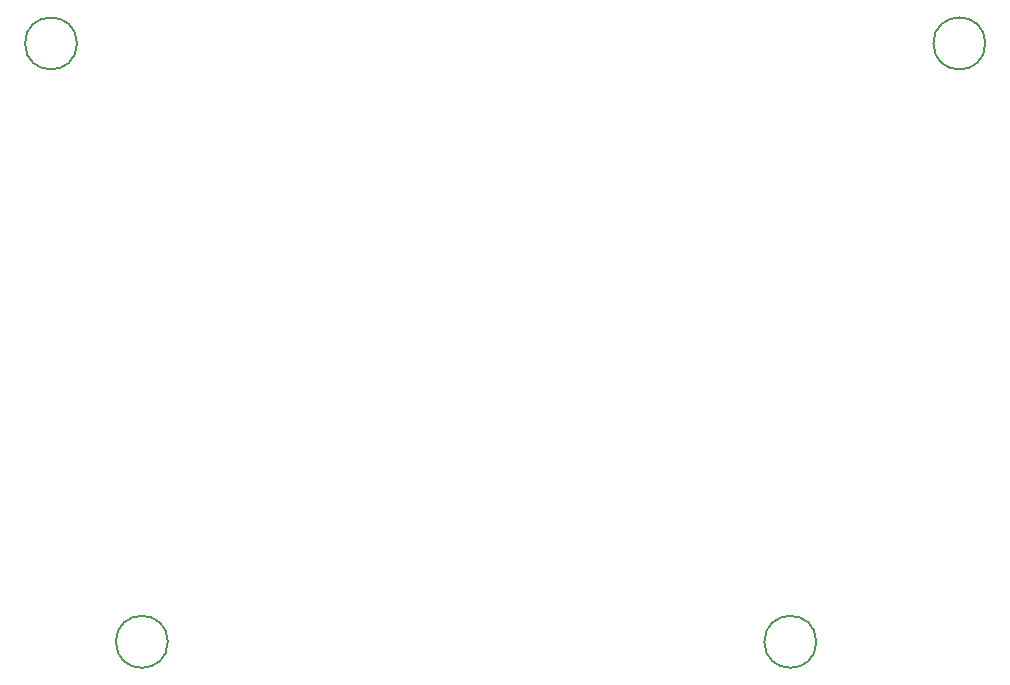
<source format=gbr>
%TF.GenerationSoftware,KiCad,Pcbnew,8.0.6*%
%TF.CreationDate,2025-03-02T19:30:28-05:00*%
%TF.ProjectId,receiver,72656365-6976-4657-922e-6b696361645f,rev?*%
%TF.SameCoordinates,Original*%
%TF.FileFunction,Other,Comment*%
%FSLAX46Y46*%
G04 Gerber Fmt 4.6, Leading zero omitted, Abs format (unit mm)*
G04 Created by KiCad (PCBNEW 8.0.6) date 2025-03-02 19:30:28*
%MOMM*%
%LPD*%
G01*
G04 APERTURE LIST*
%ADD10C,0.150000*%
G04 APERTURE END LIST*
D10*
%TO.C,REF\u002A\u002A*%
X122093173Y-128304555D02*
G75*
G02*
X117693173Y-128304555I-2200000J0D01*
G01*
X117693173Y-128304555D02*
G75*
G02*
X122093173Y-128304555I2200000J0D01*
G01*
X177001556Y-128304555D02*
G75*
G02*
X172601556Y-128304555I-2200000J0D01*
G01*
X172601556Y-128304555D02*
G75*
G02*
X177001556Y-128304555I2200000J0D01*
G01*
X191307658Y-77640082D02*
G75*
G02*
X186907658Y-77640082I-2200000J0D01*
G01*
X186907658Y-77640082D02*
G75*
G02*
X191307658Y-77640082I2200000J0D01*
G01*
X114397458Y-77640082D02*
G75*
G02*
X109997458Y-77640082I-2200000J0D01*
G01*
X109997458Y-77640082D02*
G75*
G02*
X114397458Y-77640082I2200000J0D01*
G01*
%TD*%
M02*

</source>
